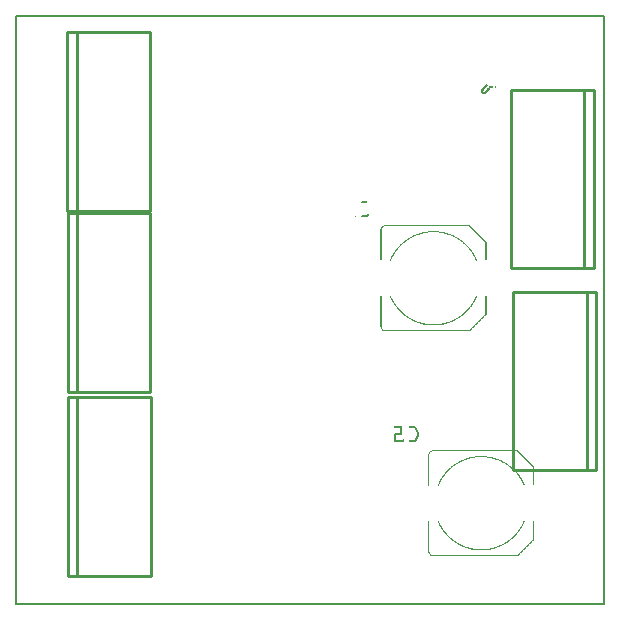
<source format=gbo>
G04 MADE WITH FRITZING*
G04 WWW.FRITZING.ORG*
G04 DOUBLE SIDED*
G04 HOLES PLATED*
G04 CONTOUR ON CENTER OF CONTOUR VECTOR*
%ASAXBY*%
%FSLAX23Y23*%
%MOIN*%
%OFA0B0*%
%SFA1.0B1.0*%
%ADD10R,1.968500X1.968500X1.952500X1.952500*%
%ADD11C,0.008000*%
%ADD12C,0.010417*%
%ADD13R,0.001000X0.001000*%
%LNSILK0*%
G90*
G70*
G54D11*
X4Y1965D02*
X1965Y1965D01*
X1965Y4D01*
X4Y4D01*
X4Y1965D01*
D02*
G54D12*
X452Y712D02*
X452Y1306D01*
D02*
X452Y1306D02*
X208Y1306D01*
D02*
X208Y1306D02*
X176Y1306D01*
D02*
X176Y1306D02*
X176Y712D01*
D02*
X176Y712D02*
X208Y712D01*
D02*
X208Y712D02*
X452Y712D01*
D02*
X208Y1306D02*
X208Y712D01*
D02*
X1655Y1719D02*
X1655Y1124D01*
D02*
X1655Y1124D02*
X1899Y1124D01*
D02*
X1899Y1124D02*
X1931Y1124D01*
D02*
X1931Y1124D02*
X1931Y1719D01*
D02*
X1931Y1719D02*
X1899Y1719D01*
D02*
X1899Y1719D02*
X1655Y1719D01*
D02*
X1899Y1124D02*
X1899Y1719D01*
D02*
X1662Y1045D02*
X1662Y451D01*
D02*
X1662Y451D02*
X1906Y451D01*
D02*
X1906Y451D02*
X1938Y451D01*
D02*
X1938Y451D02*
X1938Y1045D01*
D02*
X1938Y1045D02*
X1906Y1045D01*
D02*
X1906Y1045D02*
X1662Y1045D01*
D02*
X1906Y451D02*
X1906Y1045D01*
D02*
X451Y1315D02*
X451Y1910D01*
D02*
X451Y1910D02*
X207Y1910D01*
D02*
X207Y1910D02*
X175Y1910D01*
D02*
X175Y1910D02*
X175Y1315D01*
D02*
X175Y1315D02*
X207Y1315D01*
D02*
X207Y1315D02*
X451Y1315D01*
D02*
X207Y1910D02*
X207Y1315D01*
D02*
X453Y99D02*
X453Y693D01*
D02*
X453Y693D02*
X209Y693D01*
D02*
X209Y693D02*
X177Y693D01*
D02*
X177Y693D02*
X177Y99D01*
D02*
X177Y99D02*
X209Y99D01*
D02*
X209Y99D02*
X453Y99D01*
D02*
X209Y693D02*
X209Y99D01*
G54D13*
X1572Y1737D02*
X1574Y1737D01*
X1571Y1736D02*
X1575Y1736D01*
X1570Y1735D02*
X1576Y1735D01*
X1569Y1734D02*
X1576Y1734D01*
X1568Y1733D02*
X1576Y1733D01*
X1567Y1732D02*
X1576Y1732D01*
X1567Y1731D02*
X1575Y1731D01*
X1566Y1730D02*
X1574Y1730D01*
X1584Y1730D02*
X1592Y1730D01*
X1601Y1730D02*
X1604Y1730D01*
X1565Y1729D02*
X1573Y1729D01*
X1582Y1729D02*
X1593Y1729D01*
X1600Y1729D02*
X1605Y1729D01*
X1564Y1728D02*
X1572Y1728D01*
X1582Y1728D02*
X1594Y1728D01*
X1600Y1728D02*
X1605Y1728D01*
X1563Y1727D02*
X1571Y1727D01*
X1581Y1727D02*
X1594Y1727D01*
X1600Y1727D02*
X1605Y1727D01*
X1562Y1726D02*
X1571Y1726D01*
X1580Y1726D02*
X1594Y1726D01*
X1600Y1726D02*
X1605Y1726D01*
X1561Y1725D02*
X1570Y1725D01*
X1579Y1725D02*
X1593Y1725D01*
X1600Y1725D02*
X1605Y1725D01*
X1561Y1724D02*
X1569Y1724D01*
X1578Y1724D02*
X1592Y1724D01*
X1601Y1724D02*
X1604Y1724D01*
X1560Y1723D02*
X1568Y1723D01*
X1577Y1723D02*
X1586Y1723D01*
X1559Y1722D02*
X1567Y1722D01*
X1576Y1722D02*
X1585Y1722D01*
X1558Y1721D02*
X1566Y1721D01*
X1576Y1721D02*
X1584Y1721D01*
X1557Y1720D02*
X1565Y1720D01*
X1575Y1720D02*
X1583Y1720D01*
X1556Y1719D02*
X1565Y1719D01*
X1574Y1719D02*
X1582Y1719D01*
X1555Y1718D02*
X1564Y1718D01*
X1573Y1718D02*
X1581Y1718D01*
X1555Y1717D02*
X1563Y1717D01*
X1572Y1717D02*
X1580Y1717D01*
X1554Y1716D02*
X1562Y1716D01*
X1571Y1716D02*
X1580Y1716D01*
X1553Y1715D02*
X1561Y1715D01*
X1571Y1715D02*
X1579Y1715D01*
X1553Y1714D02*
X1560Y1714D01*
X1570Y1714D02*
X1578Y1714D01*
X1552Y1713D02*
X1560Y1713D01*
X1569Y1713D02*
X1577Y1713D01*
X1553Y1712D02*
X1560Y1712D01*
X1568Y1712D02*
X1576Y1712D01*
X1553Y1711D02*
X1561Y1711D01*
X1567Y1711D02*
X1575Y1711D01*
X1554Y1710D02*
X1562Y1710D01*
X1566Y1710D02*
X1574Y1710D01*
X1555Y1709D02*
X1574Y1709D01*
X1556Y1708D02*
X1573Y1708D01*
X1557Y1707D02*
X1572Y1707D01*
X1557Y1706D02*
X1571Y1706D01*
X1558Y1705D02*
X1570Y1705D01*
X1559Y1704D02*
X1569Y1704D01*
X1561Y1703D02*
X1568Y1703D01*
X1157Y1346D02*
X1174Y1346D01*
X1156Y1345D02*
X1174Y1345D01*
X1155Y1344D02*
X1174Y1344D01*
X1155Y1343D02*
X1173Y1343D01*
X1155Y1342D02*
X1173Y1342D01*
X1156Y1341D02*
X1173Y1341D01*
X1157Y1340D02*
X1172Y1340D01*
X1176Y1305D02*
X1177Y1305D01*
X1176Y1304D02*
X1177Y1304D01*
X1175Y1303D02*
X1178Y1303D01*
X1175Y1302D02*
X1179Y1302D01*
X1174Y1301D02*
X1179Y1301D01*
X1173Y1300D02*
X1180Y1300D01*
X1157Y1299D02*
X1180Y1299D01*
X1156Y1298D02*
X1180Y1298D01*
X1137Y1297D02*
X1138Y1297D01*
X1155Y1297D02*
X1179Y1297D01*
X1136Y1296D02*
X1138Y1296D01*
X1155Y1296D02*
X1178Y1296D01*
X1135Y1295D02*
X1138Y1295D01*
X1155Y1295D02*
X1177Y1295D01*
X1134Y1294D02*
X1138Y1294D01*
X1156Y1294D02*
X1176Y1294D01*
X1132Y1293D02*
X1138Y1293D01*
X1157Y1293D02*
X1174Y1293D01*
X1232Y1266D02*
X1517Y1266D01*
X1230Y1265D02*
X1518Y1265D01*
X1228Y1264D02*
X1519Y1264D01*
X1226Y1263D02*
X1520Y1263D01*
X1225Y1262D02*
X1231Y1262D01*
X1516Y1262D02*
X1521Y1262D01*
X1224Y1261D02*
X1229Y1261D01*
X1517Y1261D02*
X1522Y1261D01*
X1223Y1260D02*
X1227Y1260D01*
X1518Y1260D02*
X1523Y1260D01*
X1222Y1259D02*
X1226Y1259D01*
X1519Y1259D02*
X1524Y1259D01*
X1222Y1258D02*
X1225Y1258D01*
X1520Y1258D02*
X1525Y1258D01*
X1221Y1257D02*
X1224Y1257D01*
X1521Y1257D02*
X1526Y1257D01*
X1221Y1256D02*
X1224Y1256D01*
X1522Y1256D02*
X1527Y1256D01*
X1220Y1255D02*
X1223Y1255D01*
X1523Y1255D02*
X1528Y1255D01*
X1220Y1254D02*
X1223Y1254D01*
X1524Y1254D02*
X1529Y1254D01*
X1220Y1253D02*
X1223Y1253D01*
X1525Y1253D02*
X1530Y1253D01*
X1219Y1252D02*
X1222Y1252D01*
X1526Y1252D02*
X1531Y1252D01*
X1219Y1251D02*
X1222Y1251D01*
X1527Y1251D02*
X1532Y1251D01*
X1219Y1250D02*
X1222Y1250D01*
X1528Y1250D02*
X1533Y1250D01*
X1219Y1249D02*
X1222Y1249D01*
X1529Y1249D02*
X1534Y1249D01*
X1219Y1248D02*
X1222Y1248D01*
X1530Y1248D02*
X1535Y1248D01*
X1219Y1247D02*
X1222Y1247D01*
X1393Y1247D02*
X1398Y1247D01*
X1531Y1247D02*
X1536Y1247D01*
X1219Y1246D02*
X1222Y1246D01*
X1378Y1246D02*
X1413Y1246D01*
X1532Y1246D02*
X1537Y1246D01*
X1219Y1245D02*
X1222Y1245D01*
X1371Y1245D02*
X1420Y1245D01*
X1533Y1245D02*
X1538Y1245D01*
X1219Y1244D02*
X1222Y1244D01*
X1366Y1244D02*
X1425Y1244D01*
X1534Y1244D02*
X1539Y1244D01*
X1219Y1243D02*
X1222Y1243D01*
X1361Y1243D02*
X1389Y1243D01*
X1402Y1243D02*
X1430Y1243D01*
X1535Y1243D02*
X1540Y1243D01*
X1219Y1242D02*
X1222Y1242D01*
X1357Y1242D02*
X1377Y1242D01*
X1415Y1242D02*
X1434Y1242D01*
X1536Y1242D02*
X1541Y1242D01*
X1219Y1241D02*
X1222Y1241D01*
X1353Y1241D02*
X1370Y1241D01*
X1421Y1241D02*
X1438Y1241D01*
X1537Y1241D02*
X1542Y1241D01*
X1219Y1240D02*
X1222Y1240D01*
X1350Y1240D02*
X1365Y1240D01*
X1427Y1240D02*
X1442Y1240D01*
X1538Y1240D02*
X1543Y1240D01*
X1219Y1239D02*
X1222Y1239D01*
X1347Y1239D02*
X1360Y1239D01*
X1431Y1239D02*
X1444Y1239D01*
X1539Y1239D02*
X1544Y1239D01*
X1219Y1238D02*
X1222Y1238D01*
X1344Y1238D02*
X1356Y1238D01*
X1435Y1238D02*
X1447Y1238D01*
X1540Y1238D02*
X1545Y1238D01*
X1219Y1237D02*
X1222Y1237D01*
X1341Y1237D02*
X1352Y1237D01*
X1439Y1237D02*
X1450Y1237D01*
X1541Y1237D02*
X1546Y1237D01*
X1219Y1236D02*
X1222Y1236D01*
X1338Y1236D02*
X1349Y1236D01*
X1442Y1236D02*
X1453Y1236D01*
X1542Y1236D02*
X1547Y1236D01*
X1219Y1235D02*
X1222Y1235D01*
X1336Y1235D02*
X1346Y1235D01*
X1445Y1235D02*
X1455Y1235D01*
X1543Y1235D02*
X1548Y1235D01*
X1219Y1234D02*
X1222Y1234D01*
X1334Y1234D02*
X1343Y1234D01*
X1448Y1234D02*
X1457Y1234D01*
X1544Y1234D02*
X1549Y1234D01*
X1219Y1233D02*
X1222Y1233D01*
X1331Y1233D02*
X1340Y1233D01*
X1451Y1233D02*
X1460Y1233D01*
X1545Y1233D02*
X1550Y1233D01*
X1219Y1232D02*
X1222Y1232D01*
X1329Y1232D02*
X1338Y1232D01*
X1453Y1232D02*
X1462Y1232D01*
X1546Y1232D02*
X1551Y1232D01*
X1219Y1231D02*
X1222Y1231D01*
X1327Y1231D02*
X1335Y1231D01*
X1456Y1231D02*
X1464Y1231D01*
X1547Y1231D02*
X1552Y1231D01*
X1219Y1230D02*
X1222Y1230D01*
X1325Y1230D02*
X1333Y1230D01*
X1458Y1230D02*
X1466Y1230D01*
X1548Y1230D02*
X1553Y1230D01*
X1219Y1229D02*
X1222Y1229D01*
X1323Y1229D02*
X1331Y1229D01*
X1461Y1229D02*
X1468Y1229D01*
X1549Y1229D02*
X1554Y1229D01*
X1219Y1228D02*
X1222Y1228D01*
X1321Y1228D02*
X1329Y1228D01*
X1463Y1228D02*
X1470Y1228D01*
X1550Y1228D02*
X1555Y1228D01*
X1219Y1227D02*
X1222Y1227D01*
X1319Y1227D02*
X1327Y1227D01*
X1465Y1227D02*
X1472Y1227D01*
X1551Y1227D02*
X1556Y1227D01*
X1219Y1226D02*
X1222Y1226D01*
X1318Y1226D02*
X1325Y1226D01*
X1467Y1226D02*
X1474Y1226D01*
X1552Y1226D02*
X1557Y1226D01*
X1219Y1225D02*
X1222Y1225D01*
X1316Y1225D02*
X1323Y1225D01*
X1468Y1225D02*
X1475Y1225D01*
X1553Y1225D02*
X1558Y1225D01*
X1219Y1224D02*
X1222Y1224D01*
X1314Y1224D02*
X1321Y1224D01*
X1470Y1224D02*
X1477Y1224D01*
X1554Y1224D02*
X1559Y1224D01*
X1219Y1223D02*
X1222Y1223D01*
X1313Y1223D02*
X1319Y1223D01*
X1472Y1223D02*
X1478Y1223D01*
X1555Y1223D02*
X1560Y1223D01*
X1219Y1222D02*
X1222Y1222D01*
X1311Y1222D02*
X1317Y1222D01*
X1474Y1222D02*
X1480Y1222D01*
X1556Y1222D02*
X1561Y1222D01*
X1219Y1221D02*
X1222Y1221D01*
X1310Y1221D02*
X1316Y1221D01*
X1475Y1221D02*
X1482Y1221D01*
X1557Y1221D02*
X1562Y1221D01*
X1219Y1220D02*
X1222Y1220D01*
X1308Y1220D02*
X1314Y1220D01*
X1477Y1220D02*
X1483Y1220D01*
X1558Y1220D02*
X1563Y1220D01*
X1219Y1219D02*
X1222Y1219D01*
X1307Y1219D02*
X1312Y1219D01*
X1479Y1219D02*
X1485Y1219D01*
X1559Y1219D02*
X1564Y1219D01*
X1219Y1218D02*
X1222Y1218D01*
X1305Y1218D02*
X1311Y1218D01*
X1480Y1218D02*
X1486Y1218D01*
X1560Y1218D02*
X1565Y1218D01*
X1219Y1217D02*
X1222Y1217D01*
X1304Y1217D02*
X1309Y1217D01*
X1482Y1217D02*
X1487Y1217D01*
X1561Y1217D02*
X1566Y1217D01*
X1219Y1216D02*
X1222Y1216D01*
X1302Y1216D02*
X1308Y1216D01*
X1483Y1216D02*
X1489Y1216D01*
X1562Y1216D02*
X1567Y1216D01*
X1219Y1215D02*
X1222Y1215D01*
X1301Y1215D02*
X1307Y1215D01*
X1485Y1215D02*
X1490Y1215D01*
X1563Y1215D02*
X1568Y1215D01*
X1219Y1214D02*
X1222Y1214D01*
X1300Y1214D02*
X1305Y1214D01*
X1486Y1214D02*
X1491Y1214D01*
X1564Y1214D02*
X1569Y1214D01*
X1219Y1213D02*
X1222Y1213D01*
X1299Y1213D02*
X1304Y1213D01*
X1487Y1213D02*
X1493Y1213D01*
X1565Y1213D02*
X1570Y1213D01*
X1219Y1212D02*
X1222Y1212D01*
X1297Y1212D02*
X1302Y1212D01*
X1489Y1212D02*
X1494Y1212D01*
X1566Y1212D02*
X1571Y1212D01*
X1219Y1211D02*
X1222Y1211D01*
X1296Y1211D02*
X1301Y1211D01*
X1490Y1211D02*
X1495Y1211D01*
X1567Y1211D02*
X1572Y1211D01*
X1219Y1210D02*
X1222Y1210D01*
X1295Y1210D02*
X1300Y1210D01*
X1491Y1210D02*
X1496Y1210D01*
X1568Y1210D02*
X1572Y1210D01*
X1219Y1209D02*
X1222Y1209D01*
X1294Y1209D02*
X1299Y1209D01*
X1493Y1209D02*
X1498Y1209D01*
X1569Y1209D02*
X1572Y1209D01*
X1219Y1208D02*
X1222Y1208D01*
X1292Y1208D02*
X1297Y1208D01*
X1494Y1208D02*
X1499Y1208D01*
X1569Y1208D02*
X1572Y1208D01*
X1219Y1207D02*
X1222Y1207D01*
X1291Y1207D02*
X1296Y1207D01*
X1495Y1207D02*
X1500Y1207D01*
X1569Y1207D02*
X1572Y1207D01*
X1219Y1206D02*
X1222Y1206D01*
X1290Y1206D02*
X1295Y1206D01*
X1496Y1206D02*
X1501Y1206D01*
X1569Y1206D02*
X1572Y1206D01*
X1219Y1205D02*
X1222Y1205D01*
X1289Y1205D02*
X1294Y1205D01*
X1497Y1205D02*
X1502Y1205D01*
X1569Y1205D02*
X1572Y1205D01*
X1219Y1204D02*
X1222Y1204D01*
X1288Y1204D02*
X1293Y1204D01*
X1499Y1204D02*
X1503Y1204D01*
X1569Y1204D02*
X1572Y1204D01*
X1219Y1203D02*
X1222Y1203D01*
X1287Y1203D02*
X1292Y1203D01*
X1500Y1203D02*
X1504Y1203D01*
X1569Y1203D02*
X1572Y1203D01*
X1219Y1202D02*
X1222Y1202D01*
X1286Y1202D02*
X1291Y1202D01*
X1501Y1202D02*
X1505Y1202D01*
X1569Y1202D02*
X1572Y1202D01*
X1219Y1201D02*
X1222Y1201D01*
X1285Y1201D02*
X1290Y1201D01*
X1502Y1201D02*
X1506Y1201D01*
X1569Y1201D02*
X1572Y1201D01*
X1219Y1200D02*
X1222Y1200D01*
X1284Y1200D02*
X1288Y1200D01*
X1503Y1200D02*
X1507Y1200D01*
X1569Y1200D02*
X1572Y1200D01*
X1219Y1199D02*
X1222Y1199D01*
X1283Y1199D02*
X1287Y1199D01*
X1504Y1199D02*
X1508Y1199D01*
X1569Y1199D02*
X1572Y1199D01*
X1219Y1198D02*
X1222Y1198D01*
X1282Y1198D02*
X1286Y1198D01*
X1505Y1198D02*
X1509Y1198D01*
X1569Y1198D02*
X1572Y1198D01*
X1219Y1197D02*
X1222Y1197D01*
X1281Y1197D02*
X1285Y1197D01*
X1506Y1197D02*
X1510Y1197D01*
X1569Y1197D02*
X1572Y1197D01*
X1219Y1196D02*
X1222Y1196D01*
X1280Y1196D02*
X1284Y1196D01*
X1507Y1196D02*
X1511Y1196D01*
X1569Y1196D02*
X1572Y1196D01*
X1219Y1195D02*
X1222Y1195D01*
X1279Y1195D02*
X1283Y1195D01*
X1508Y1195D02*
X1512Y1195D01*
X1569Y1195D02*
X1572Y1195D01*
X1219Y1194D02*
X1222Y1194D01*
X1278Y1194D02*
X1283Y1194D01*
X1509Y1194D02*
X1513Y1194D01*
X1569Y1194D02*
X1572Y1194D01*
X1219Y1193D02*
X1222Y1193D01*
X1278Y1193D02*
X1282Y1193D01*
X1510Y1193D02*
X1514Y1193D01*
X1569Y1193D02*
X1572Y1193D01*
X1219Y1192D02*
X1222Y1192D01*
X1277Y1192D02*
X1281Y1192D01*
X1510Y1192D02*
X1515Y1192D01*
X1569Y1192D02*
X1572Y1192D01*
X1219Y1191D02*
X1222Y1191D01*
X1276Y1191D02*
X1280Y1191D01*
X1511Y1191D02*
X1515Y1191D01*
X1569Y1191D02*
X1572Y1191D01*
X1219Y1190D02*
X1222Y1190D01*
X1275Y1190D02*
X1279Y1190D01*
X1512Y1190D02*
X1516Y1190D01*
X1569Y1190D02*
X1572Y1190D01*
X1219Y1189D02*
X1222Y1189D01*
X1274Y1189D02*
X1278Y1189D01*
X1513Y1189D02*
X1517Y1189D01*
X1569Y1189D02*
X1572Y1189D01*
X1219Y1188D02*
X1222Y1188D01*
X1273Y1188D02*
X1277Y1188D01*
X1514Y1188D02*
X1518Y1188D01*
X1569Y1188D02*
X1572Y1188D01*
X1219Y1187D02*
X1222Y1187D01*
X1273Y1187D02*
X1276Y1187D01*
X1515Y1187D02*
X1519Y1187D01*
X1569Y1187D02*
X1572Y1187D01*
X1219Y1186D02*
X1222Y1186D01*
X1272Y1186D02*
X1276Y1186D01*
X1516Y1186D02*
X1519Y1186D01*
X1569Y1186D02*
X1572Y1186D01*
X1219Y1185D02*
X1222Y1185D01*
X1271Y1185D02*
X1275Y1185D01*
X1516Y1185D02*
X1520Y1185D01*
X1569Y1185D02*
X1572Y1185D01*
X1219Y1184D02*
X1222Y1184D01*
X1270Y1184D02*
X1274Y1184D01*
X1517Y1184D02*
X1521Y1184D01*
X1569Y1184D02*
X1572Y1184D01*
X1219Y1183D02*
X1222Y1183D01*
X1269Y1183D02*
X1273Y1183D01*
X1518Y1183D02*
X1522Y1183D01*
X1569Y1183D02*
X1572Y1183D01*
X1219Y1182D02*
X1222Y1182D01*
X1269Y1182D02*
X1273Y1182D01*
X1519Y1182D02*
X1523Y1182D01*
X1569Y1182D02*
X1572Y1182D01*
X1219Y1181D02*
X1222Y1181D01*
X1268Y1181D02*
X1272Y1181D01*
X1519Y1181D02*
X1523Y1181D01*
X1569Y1181D02*
X1572Y1181D01*
X1219Y1180D02*
X1222Y1180D01*
X1267Y1180D02*
X1271Y1180D01*
X1520Y1180D02*
X1524Y1180D01*
X1569Y1180D02*
X1572Y1180D01*
X1219Y1179D02*
X1222Y1179D01*
X1267Y1179D02*
X1270Y1179D01*
X1521Y1179D02*
X1525Y1179D01*
X1569Y1179D02*
X1572Y1179D01*
X1219Y1178D02*
X1222Y1178D01*
X1266Y1178D02*
X1270Y1178D01*
X1522Y1178D02*
X1525Y1178D01*
X1569Y1178D02*
X1572Y1178D01*
X1219Y1177D02*
X1222Y1177D01*
X1265Y1177D02*
X1269Y1177D01*
X1522Y1177D02*
X1526Y1177D01*
X1569Y1177D02*
X1572Y1177D01*
X1219Y1176D02*
X1222Y1176D01*
X1265Y1176D02*
X1268Y1176D01*
X1523Y1176D02*
X1527Y1176D01*
X1569Y1176D02*
X1572Y1176D01*
X1219Y1175D02*
X1222Y1175D01*
X1264Y1175D02*
X1268Y1175D01*
X1524Y1175D02*
X1527Y1175D01*
X1569Y1175D02*
X1572Y1175D01*
X1219Y1174D02*
X1222Y1174D01*
X1263Y1174D02*
X1267Y1174D01*
X1524Y1174D02*
X1528Y1174D01*
X1569Y1174D02*
X1572Y1174D01*
X1219Y1173D02*
X1222Y1173D01*
X1263Y1173D02*
X1266Y1173D01*
X1525Y1173D02*
X1529Y1173D01*
X1569Y1173D02*
X1572Y1173D01*
X1219Y1172D02*
X1222Y1172D01*
X1262Y1172D02*
X1266Y1172D01*
X1526Y1172D02*
X1529Y1172D01*
X1569Y1172D02*
X1572Y1172D01*
X1219Y1171D02*
X1222Y1171D01*
X1261Y1171D02*
X1265Y1171D01*
X1526Y1171D02*
X1530Y1171D01*
X1569Y1171D02*
X1572Y1171D01*
X1219Y1170D02*
X1222Y1170D01*
X1261Y1170D02*
X1264Y1170D01*
X1527Y1170D02*
X1530Y1170D01*
X1569Y1170D02*
X1572Y1170D01*
X1219Y1169D02*
X1222Y1169D01*
X1260Y1169D02*
X1264Y1169D01*
X1527Y1169D02*
X1531Y1169D01*
X1569Y1169D02*
X1572Y1169D01*
X1219Y1168D02*
X1222Y1168D01*
X1260Y1168D02*
X1263Y1168D01*
X1528Y1168D02*
X1532Y1168D01*
X1569Y1168D02*
X1572Y1168D01*
X1219Y1167D02*
X1222Y1167D01*
X1259Y1167D02*
X1263Y1167D01*
X1529Y1167D02*
X1532Y1167D01*
X1569Y1167D02*
X1572Y1167D01*
X1219Y1166D02*
X1222Y1166D01*
X1259Y1166D02*
X1262Y1166D01*
X1529Y1166D02*
X1533Y1166D01*
X1569Y1166D02*
X1572Y1166D01*
X1219Y1165D02*
X1222Y1165D01*
X1258Y1165D02*
X1261Y1165D01*
X1530Y1165D02*
X1533Y1165D01*
X1569Y1165D02*
X1572Y1165D01*
X1219Y1164D02*
X1222Y1164D01*
X1257Y1164D02*
X1261Y1164D01*
X1530Y1164D02*
X1534Y1164D01*
X1569Y1164D02*
X1572Y1164D01*
X1219Y1163D02*
X1222Y1163D01*
X1257Y1163D02*
X1260Y1163D01*
X1531Y1163D02*
X1534Y1163D01*
X1569Y1163D02*
X1572Y1163D01*
X1219Y1162D02*
X1222Y1162D01*
X1256Y1162D02*
X1260Y1162D01*
X1531Y1162D02*
X1535Y1162D01*
X1569Y1162D02*
X1572Y1162D01*
X1219Y1161D02*
X1222Y1161D01*
X1256Y1161D02*
X1259Y1161D01*
X1532Y1161D02*
X1535Y1161D01*
X1569Y1161D02*
X1572Y1161D01*
X1219Y1160D02*
X1222Y1160D01*
X1255Y1160D02*
X1259Y1160D01*
X1533Y1160D02*
X1536Y1160D01*
X1569Y1160D02*
X1572Y1160D01*
X1219Y1159D02*
X1222Y1159D01*
X1255Y1159D02*
X1258Y1159D01*
X1533Y1159D02*
X1536Y1159D01*
X1569Y1159D02*
X1572Y1159D01*
X1219Y1158D02*
X1222Y1158D01*
X1254Y1158D02*
X1258Y1158D01*
X1533Y1158D02*
X1537Y1158D01*
X1569Y1158D02*
X1572Y1158D01*
X1219Y1157D02*
X1222Y1157D01*
X1254Y1157D02*
X1257Y1157D01*
X1534Y1157D02*
X1537Y1157D01*
X1569Y1157D02*
X1572Y1157D01*
X1219Y1156D02*
X1222Y1156D01*
X1253Y1156D02*
X1257Y1156D01*
X1534Y1156D02*
X1538Y1156D01*
X1569Y1156D02*
X1572Y1156D01*
X1219Y1155D02*
X1222Y1155D01*
X1253Y1155D02*
X1256Y1155D01*
X1535Y1155D02*
X1538Y1155D01*
X1569Y1155D02*
X1572Y1155D01*
X1219Y1154D02*
X1222Y1154D01*
X1252Y1154D02*
X1256Y1154D01*
X1535Y1154D02*
X1539Y1154D01*
X1569Y1154D02*
X1572Y1154D01*
X1219Y1153D02*
X1222Y1153D01*
X1252Y1153D02*
X1255Y1153D01*
X1536Y1153D02*
X1539Y1153D01*
X1569Y1153D02*
X1572Y1153D01*
X1219Y1152D02*
X1222Y1152D01*
X1252Y1152D02*
X1255Y1152D01*
X1536Y1152D02*
X1540Y1152D01*
X1569Y1152D02*
X1572Y1152D01*
X1219Y1151D02*
X1222Y1151D01*
X1251Y1151D02*
X1254Y1151D01*
X1537Y1151D02*
X1540Y1151D01*
X1569Y1151D02*
X1572Y1151D01*
X1219Y1150D02*
X1222Y1150D01*
X1251Y1150D02*
X1254Y1150D01*
X1537Y1150D02*
X1540Y1150D01*
X1569Y1150D02*
X1572Y1150D01*
X1220Y1149D02*
X1221Y1149D01*
X1252Y1149D02*
X1253Y1149D01*
X1538Y1149D02*
X1539Y1149D01*
X1570Y1149D02*
X1571Y1149D01*
X1220Y1030D02*
X1221Y1030D01*
X1252Y1030D02*
X1253Y1030D01*
X1538Y1030D02*
X1539Y1030D01*
X1570Y1030D02*
X1571Y1030D01*
X1219Y1029D02*
X1222Y1029D01*
X1251Y1029D02*
X1254Y1029D01*
X1537Y1029D02*
X1540Y1029D01*
X1569Y1029D02*
X1572Y1029D01*
X1219Y1028D02*
X1222Y1028D01*
X1251Y1028D02*
X1255Y1028D01*
X1537Y1028D02*
X1540Y1028D01*
X1569Y1028D02*
X1572Y1028D01*
X1219Y1027D02*
X1222Y1027D01*
X1252Y1027D02*
X1255Y1027D01*
X1536Y1027D02*
X1540Y1027D01*
X1569Y1027D02*
X1572Y1027D01*
X1219Y1026D02*
X1222Y1026D01*
X1252Y1026D02*
X1255Y1026D01*
X1536Y1026D02*
X1539Y1026D01*
X1569Y1026D02*
X1572Y1026D01*
X1219Y1025D02*
X1222Y1025D01*
X1253Y1025D02*
X1256Y1025D01*
X1535Y1025D02*
X1539Y1025D01*
X1569Y1025D02*
X1572Y1025D01*
X1219Y1024D02*
X1222Y1024D01*
X1253Y1024D02*
X1256Y1024D01*
X1535Y1024D02*
X1538Y1024D01*
X1569Y1024D02*
X1572Y1024D01*
X1219Y1023D02*
X1222Y1023D01*
X1254Y1023D02*
X1257Y1023D01*
X1534Y1023D02*
X1538Y1023D01*
X1569Y1023D02*
X1572Y1023D01*
X1219Y1022D02*
X1222Y1022D01*
X1254Y1022D02*
X1257Y1022D01*
X1534Y1022D02*
X1537Y1022D01*
X1569Y1022D02*
X1572Y1022D01*
X1219Y1021D02*
X1222Y1021D01*
X1254Y1021D02*
X1258Y1021D01*
X1533Y1021D02*
X1537Y1021D01*
X1569Y1021D02*
X1572Y1021D01*
X1219Y1020D02*
X1222Y1020D01*
X1255Y1020D02*
X1258Y1020D01*
X1533Y1020D02*
X1536Y1020D01*
X1569Y1020D02*
X1572Y1020D01*
X1219Y1019D02*
X1222Y1019D01*
X1255Y1019D02*
X1259Y1019D01*
X1532Y1019D02*
X1536Y1019D01*
X1569Y1019D02*
X1572Y1019D01*
X1219Y1018D02*
X1222Y1018D01*
X1256Y1018D02*
X1259Y1018D01*
X1532Y1018D02*
X1535Y1018D01*
X1569Y1018D02*
X1572Y1018D01*
X1219Y1017D02*
X1222Y1017D01*
X1256Y1017D02*
X1260Y1017D01*
X1531Y1017D02*
X1535Y1017D01*
X1569Y1017D02*
X1572Y1017D01*
X1219Y1016D02*
X1222Y1016D01*
X1257Y1016D02*
X1260Y1016D01*
X1531Y1016D02*
X1534Y1016D01*
X1569Y1016D02*
X1572Y1016D01*
X1219Y1015D02*
X1222Y1015D01*
X1257Y1015D02*
X1261Y1015D01*
X1530Y1015D02*
X1534Y1015D01*
X1569Y1015D02*
X1572Y1015D01*
X1219Y1014D02*
X1222Y1014D01*
X1258Y1014D02*
X1262Y1014D01*
X1530Y1014D02*
X1533Y1014D01*
X1569Y1014D02*
X1572Y1014D01*
X1219Y1013D02*
X1222Y1013D01*
X1259Y1013D02*
X1262Y1013D01*
X1529Y1013D02*
X1533Y1013D01*
X1569Y1013D02*
X1572Y1013D01*
X1219Y1012D02*
X1222Y1012D01*
X1259Y1012D02*
X1263Y1012D01*
X1528Y1012D02*
X1532Y1012D01*
X1569Y1012D02*
X1572Y1012D01*
X1219Y1011D02*
X1222Y1011D01*
X1260Y1011D02*
X1263Y1011D01*
X1528Y1011D02*
X1531Y1011D01*
X1569Y1011D02*
X1572Y1011D01*
X1219Y1010D02*
X1222Y1010D01*
X1260Y1010D02*
X1264Y1010D01*
X1527Y1010D02*
X1531Y1010D01*
X1569Y1010D02*
X1572Y1010D01*
X1219Y1009D02*
X1222Y1009D01*
X1261Y1009D02*
X1264Y1009D01*
X1527Y1009D02*
X1530Y1009D01*
X1569Y1009D02*
X1572Y1009D01*
X1219Y1008D02*
X1222Y1008D01*
X1261Y1008D02*
X1265Y1008D01*
X1526Y1008D02*
X1530Y1008D01*
X1569Y1008D02*
X1572Y1008D01*
X1219Y1007D02*
X1222Y1007D01*
X1262Y1007D02*
X1266Y1007D01*
X1525Y1007D02*
X1529Y1007D01*
X1569Y1007D02*
X1572Y1007D01*
X1219Y1006D02*
X1222Y1006D01*
X1263Y1006D02*
X1266Y1006D01*
X1525Y1006D02*
X1528Y1006D01*
X1569Y1006D02*
X1572Y1006D01*
X1219Y1005D02*
X1222Y1005D01*
X1263Y1005D02*
X1267Y1005D01*
X1524Y1005D02*
X1528Y1005D01*
X1569Y1005D02*
X1572Y1005D01*
X1219Y1004D02*
X1222Y1004D01*
X1264Y1004D02*
X1268Y1004D01*
X1523Y1004D02*
X1527Y1004D01*
X1569Y1004D02*
X1572Y1004D01*
X1219Y1003D02*
X1222Y1003D01*
X1265Y1003D02*
X1268Y1003D01*
X1523Y1003D02*
X1526Y1003D01*
X1569Y1003D02*
X1572Y1003D01*
X1219Y1002D02*
X1222Y1002D01*
X1265Y1002D02*
X1269Y1002D01*
X1522Y1002D02*
X1526Y1002D01*
X1569Y1002D02*
X1572Y1002D01*
X1219Y1001D02*
X1222Y1001D01*
X1266Y1001D02*
X1270Y1001D01*
X1521Y1001D02*
X1525Y1001D01*
X1569Y1001D02*
X1572Y1001D01*
X1219Y1000D02*
X1222Y1000D01*
X1267Y1000D02*
X1270Y1000D01*
X1521Y1000D02*
X1524Y1000D01*
X1569Y1000D02*
X1572Y1000D01*
X1219Y999D02*
X1222Y999D01*
X1267Y999D02*
X1271Y999D01*
X1520Y999D02*
X1524Y999D01*
X1569Y999D02*
X1572Y999D01*
X1219Y998D02*
X1222Y998D01*
X1268Y998D02*
X1272Y998D01*
X1519Y998D02*
X1523Y998D01*
X1569Y998D02*
X1572Y998D01*
X1219Y997D02*
X1222Y997D01*
X1269Y997D02*
X1273Y997D01*
X1518Y997D02*
X1522Y997D01*
X1569Y997D02*
X1572Y997D01*
X1219Y996D02*
X1222Y996D01*
X1270Y996D02*
X1273Y996D01*
X1518Y996D02*
X1522Y996D01*
X1569Y996D02*
X1572Y996D01*
X1219Y995D02*
X1222Y995D01*
X1270Y995D02*
X1274Y995D01*
X1517Y995D02*
X1521Y995D01*
X1569Y995D02*
X1572Y995D01*
X1219Y994D02*
X1222Y994D01*
X1271Y994D02*
X1275Y994D01*
X1516Y994D02*
X1520Y994D01*
X1569Y994D02*
X1572Y994D01*
X1219Y993D02*
X1222Y993D01*
X1272Y993D02*
X1276Y993D01*
X1515Y993D02*
X1519Y993D01*
X1569Y993D02*
X1572Y993D01*
X1219Y992D02*
X1222Y992D01*
X1273Y992D02*
X1277Y992D01*
X1515Y992D02*
X1518Y992D01*
X1569Y992D02*
X1572Y992D01*
X1219Y991D02*
X1222Y991D01*
X1273Y991D02*
X1277Y991D01*
X1514Y991D02*
X1518Y991D01*
X1569Y991D02*
X1572Y991D01*
X1219Y990D02*
X1222Y990D01*
X1274Y990D02*
X1278Y990D01*
X1513Y990D02*
X1517Y990D01*
X1569Y990D02*
X1572Y990D01*
X1219Y989D02*
X1222Y989D01*
X1275Y989D02*
X1279Y989D01*
X1512Y989D02*
X1516Y989D01*
X1569Y989D02*
X1572Y989D01*
X1219Y988D02*
X1222Y988D01*
X1276Y988D02*
X1280Y988D01*
X1511Y988D02*
X1515Y988D01*
X1569Y988D02*
X1572Y988D01*
X1219Y987D02*
X1222Y987D01*
X1277Y987D02*
X1281Y987D01*
X1510Y987D02*
X1514Y987D01*
X1569Y987D02*
X1572Y987D01*
X1219Y986D02*
X1222Y986D01*
X1278Y986D02*
X1282Y986D01*
X1509Y986D02*
X1513Y986D01*
X1569Y986D02*
X1572Y986D01*
X1219Y985D02*
X1222Y985D01*
X1279Y985D02*
X1283Y985D01*
X1508Y985D02*
X1513Y985D01*
X1569Y985D02*
X1572Y985D01*
X1219Y984D02*
X1222Y984D01*
X1279Y984D02*
X1284Y984D01*
X1507Y984D02*
X1512Y984D01*
X1569Y984D02*
X1572Y984D01*
X1219Y983D02*
X1222Y983D01*
X1280Y983D02*
X1285Y983D01*
X1507Y983D02*
X1511Y983D01*
X1569Y983D02*
X1572Y983D01*
X1219Y982D02*
X1222Y982D01*
X1281Y982D02*
X1286Y982D01*
X1506Y982D02*
X1510Y982D01*
X1569Y982D02*
X1572Y982D01*
X1219Y981D02*
X1222Y981D01*
X1282Y981D02*
X1287Y981D01*
X1505Y981D02*
X1509Y981D01*
X1569Y981D02*
X1572Y981D01*
X1219Y980D02*
X1222Y980D01*
X1283Y980D02*
X1288Y980D01*
X1504Y980D02*
X1508Y980D01*
X1569Y980D02*
X1572Y980D01*
X1219Y979D02*
X1222Y979D01*
X1284Y979D02*
X1289Y979D01*
X1502Y979D02*
X1507Y979D01*
X1569Y979D02*
X1572Y979D01*
X1219Y978D02*
X1222Y978D01*
X1285Y978D02*
X1290Y978D01*
X1501Y978D02*
X1506Y978D01*
X1569Y978D02*
X1572Y978D01*
X1219Y977D02*
X1222Y977D01*
X1286Y977D02*
X1291Y977D01*
X1500Y977D02*
X1505Y977D01*
X1569Y977D02*
X1572Y977D01*
X1219Y976D02*
X1222Y976D01*
X1287Y976D02*
X1292Y976D01*
X1499Y976D02*
X1504Y976D01*
X1569Y976D02*
X1572Y976D01*
X1219Y975D02*
X1222Y975D01*
X1288Y975D02*
X1293Y975D01*
X1498Y975D02*
X1503Y975D01*
X1569Y975D02*
X1572Y975D01*
X1219Y974D02*
X1222Y974D01*
X1289Y974D02*
X1294Y974D01*
X1497Y974D02*
X1502Y974D01*
X1569Y974D02*
X1572Y974D01*
X1219Y973D02*
X1222Y973D01*
X1290Y973D02*
X1295Y973D01*
X1496Y973D02*
X1501Y973D01*
X1569Y973D02*
X1572Y973D01*
X1219Y972D02*
X1222Y972D01*
X1291Y972D02*
X1296Y972D01*
X1495Y972D02*
X1500Y972D01*
X1569Y972D02*
X1572Y972D01*
X1219Y971D02*
X1222Y971D01*
X1293Y971D02*
X1298Y971D01*
X1494Y971D02*
X1498Y971D01*
X1569Y971D02*
X1572Y971D01*
X1219Y970D02*
X1222Y970D01*
X1294Y970D02*
X1299Y970D01*
X1492Y970D02*
X1497Y970D01*
X1569Y970D02*
X1572Y970D01*
X1219Y969D02*
X1222Y969D01*
X1295Y969D02*
X1300Y969D01*
X1491Y969D02*
X1496Y969D01*
X1568Y969D02*
X1572Y969D01*
X1219Y968D02*
X1222Y968D01*
X1296Y968D02*
X1301Y968D01*
X1490Y968D02*
X1495Y968D01*
X1567Y968D02*
X1571Y968D01*
X1219Y967D02*
X1222Y967D01*
X1298Y967D02*
X1303Y967D01*
X1489Y967D02*
X1494Y967D01*
X1566Y967D02*
X1570Y967D01*
X1219Y966D02*
X1222Y966D01*
X1299Y966D02*
X1304Y966D01*
X1487Y966D02*
X1492Y966D01*
X1565Y966D02*
X1569Y966D01*
X1219Y965D02*
X1222Y965D01*
X1300Y965D02*
X1305Y965D01*
X1486Y965D02*
X1491Y965D01*
X1564Y965D02*
X1568Y965D01*
X1219Y964D02*
X1222Y964D01*
X1301Y964D02*
X1307Y964D01*
X1484Y964D02*
X1490Y964D01*
X1563Y964D02*
X1567Y964D01*
X1219Y963D02*
X1222Y963D01*
X1303Y963D02*
X1308Y963D01*
X1483Y963D02*
X1488Y963D01*
X1562Y963D02*
X1566Y963D01*
X1219Y962D02*
X1222Y962D01*
X1304Y962D02*
X1310Y962D01*
X1482Y962D02*
X1487Y962D01*
X1561Y962D02*
X1565Y962D01*
X1219Y961D02*
X1222Y961D01*
X1306Y961D02*
X1311Y961D01*
X1480Y961D02*
X1486Y961D01*
X1560Y961D02*
X1564Y961D01*
X1219Y960D02*
X1222Y960D01*
X1307Y960D02*
X1313Y960D01*
X1478Y960D02*
X1484Y960D01*
X1559Y960D02*
X1563Y960D01*
X1219Y959D02*
X1222Y959D01*
X1308Y959D02*
X1314Y959D01*
X1477Y959D02*
X1483Y959D01*
X1558Y959D02*
X1562Y959D01*
X1219Y958D02*
X1222Y958D01*
X1310Y958D02*
X1316Y958D01*
X1475Y958D02*
X1481Y958D01*
X1557Y958D02*
X1561Y958D01*
X1219Y957D02*
X1222Y957D01*
X1311Y957D02*
X1318Y957D01*
X1473Y957D02*
X1480Y957D01*
X1556Y957D02*
X1560Y957D01*
X1219Y956D02*
X1222Y956D01*
X1313Y956D02*
X1319Y956D01*
X1472Y956D02*
X1478Y956D01*
X1555Y956D02*
X1559Y956D01*
X1219Y955D02*
X1222Y955D01*
X1315Y955D02*
X1321Y955D01*
X1470Y955D02*
X1476Y955D01*
X1554Y955D02*
X1558Y955D01*
X1219Y954D02*
X1222Y954D01*
X1316Y954D02*
X1323Y954D01*
X1468Y954D02*
X1475Y954D01*
X1553Y954D02*
X1557Y954D01*
X1219Y953D02*
X1222Y953D01*
X1318Y953D02*
X1325Y953D01*
X1466Y953D02*
X1473Y953D01*
X1552Y953D02*
X1556Y953D01*
X1219Y952D02*
X1222Y952D01*
X1320Y952D02*
X1327Y952D01*
X1464Y952D02*
X1471Y952D01*
X1551Y952D02*
X1555Y952D01*
X1219Y951D02*
X1222Y951D01*
X1322Y951D02*
X1329Y951D01*
X1462Y951D02*
X1469Y951D01*
X1550Y951D02*
X1554Y951D01*
X1219Y950D02*
X1222Y950D01*
X1324Y950D02*
X1331Y950D01*
X1460Y950D02*
X1468Y950D01*
X1549Y950D02*
X1553Y950D01*
X1219Y949D02*
X1222Y949D01*
X1326Y949D02*
X1333Y949D01*
X1458Y949D02*
X1466Y949D01*
X1548Y949D02*
X1552Y949D01*
X1219Y948D02*
X1222Y948D01*
X1328Y948D02*
X1336Y948D01*
X1455Y948D02*
X1464Y948D01*
X1547Y948D02*
X1551Y948D01*
X1219Y947D02*
X1222Y947D01*
X1329Y947D02*
X1338Y947D01*
X1453Y947D02*
X1462Y947D01*
X1546Y947D02*
X1550Y947D01*
X1219Y946D02*
X1222Y946D01*
X1332Y946D02*
X1341Y946D01*
X1450Y946D02*
X1459Y946D01*
X1545Y946D02*
X1549Y946D01*
X1219Y945D02*
X1222Y945D01*
X1334Y945D02*
X1344Y945D01*
X1448Y945D02*
X1457Y945D01*
X1544Y945D02*
X1548Y945D01*
X1219Y944D02*
X1222Y944D01*
X1337Y944D02*
X1347Y944D01*
X1445Y944D02*
X1455Y944D01*
X1543Y944D02*
X1547Y944D01*
X1219Y943D02*
X1222Y943D01*
X1339Y943D02*
X1349Y943D01*
X1442Y943D02*
X1452Y943D01*
X1542Y943D02*
X1546Y943D01*
X1219Y942D02*
X1222Y942D01*
X1342Y942D02*
X1353Y942D01*
X1438Y942D02*
X1450Y942D01*
X1541Y942D02*
X1545Y942D01*
X1219Y941D02*
X1222Y941D01*
X1344Y941D02*
X1357Y941D01*
X1434Y941D02*
X1447Y941D01*
X1540Y941D02*
X1544Y941D01*
X1219Y940D02*
X1222Y940D01*
X1347Y940D02*
X1361Y940D01*
X1431Y940D02*
X1444Y940D01*
X1539Y940D02*
X1543Y940D01*
X1219Y939D02*
X1222Y939D01*
X1350Y939D02*
X1366Y939D01*
X1425Y939D02*
X1441Y939D01*
X1538Y939D02*
X1542Y939D01*
X1219Y938D02*
X1222Y938D01*
X1354Y938D02*
X1371Y938D01*
X1420Y938D02*
X1437Y938D01*
X1537Y938D02*
X1541Y938D01*
X1219Y937D02*
X1222Y937D01*
X1358Y937D02*
X1378Y937D01*
X1413Y937D02*
X1433Y937D01*
X1536Y937D02*
X1540Y937D01*
X1219Y936D02*
X1222Y936D01*
X1362Y936D02*
X1430Y936D01*
X1535Y936D02*
X1539Y936D01*
X1219Y935D02*
X1222Y935D01*
X1367Y935D02*
X1424Y935D01*
X1534Y935D02*
X1538Y935D01*
X1219Y934D02*
X1222Y934D01*
X1372Y934D02*
X1419Y934D01*
X1533Y934D02*
X1537Y934D01*
X1219Y933D02*
X1222Y933D01*
X1380Y933D02*
X1411Y933D01*
X1532Y933D02*
X1536Y933D01*
X1219Y932D02*
X1222Y932D01*
X1531Y932D02*
X1535Y932D01*
X1219Y931D02*
X1222Y931D01*
X1530Y931D02*
X1534Y931D01*
X1219Y930D02*
X1222Y930D01*
X1529Y930D02*
X1533Y930D01*
X1219Y929D02*
X1222Y929D01*
X1528Y929D02*
X1532Y929D01*
X1219Y928D02*
X1222Y928D01*
X1527Y928D02*
X1531Y928D01*
X1219Y927D02*
X1222Y927D01*
X1526Y927D02*
X1530Y927D01*
X1220Y926D02*
X1223Y926D01*
X1525Y926D02*
X1529Y926D01*
X1220Y925D02*
X1223Y925D01*
X1524Y925D02*
X1528Y925D01*
X1220Y924D02*
X1223Y924D01*
X1523Y924D02*
X1527Y924D01*
X1221Y923D02*
X1224Y923D01*
X1522Y923D02*
X1526Y923D01*
X1221Y922D02*
X1225Y922D01*
X1521Y922D02*
X1525Y922D01*
X1222Y921D02*
X1225Y921D01*
X1520Y921D02*
X1524Y921D01*
X1222Y920D02*
X1226Y920D01*
X1519Y920D02*
X1523Y920D01*
X1223Y919D02*
X1228Y919D01*
X1518Y919D02*
X1522Y919D01*
X1224Y918D02*
X1229Y918D01*
X1517Y918D02*
X1521Y918D01*
X1225Y917D02*
X1232Y917D01*
X1516Y917D02*
X1520Y917D01*
X1226Y916D02*
X1519Y916D01*
X1228Y915D02*
X1518Y915D01*
X1230Y914D02*
X1517Y914D01*
X1233Y913D02*
X1516Y913D01*
X1265Y596D02*
X1291Y596D01*
X1316Y596D02*
X1333Y596D01*
X1264Y595D02*
X1291Y595D01*
X1315Y595D02*
X1335Y595D01*
X1264Y594D02*
X1291Y594D01*
X1314Y594D02*
X1337Y594D01*
X1264Y593D02*
X1291Y593D01*
X1314Y593D02*
X1338Y593D01*
X1264Y592D02*
X1291Y592D01*
X1314Y592D02*
X1338Y592D01*
X1265Y591D02*
X1291Y591D01*
X1315Y591D02*
X1339Y591D01*
X1266Y590D02*
X1291Y590D01*
X1316Y590D02*
X1339Y590D01*
X1285Y589D02*
X1291Y589D01*
X1333Y589D02*
X1340Y589D01*
X1285Y588D02*
X1291Y588D01*
X1333Y588D02*
X1340Y588D01*
X1285Y587D02*
X1291Y587D01*
X1334Y587D02*
X1341Y587D01*
X1285Y586D02*
X1291Y586D01*
X1335Y586D02*
X1341Y586D01*
X1285Y585D02*
X1291Y585D01*
X1335Y585D02*
X1342Y585D01*
X1285Y584D02*
X1291Y584D01*
X1336Y584D02*
X1342Y584D01*
X1285Y583D02*
X1291Y583D01*
X1336Y583D02*
X1343Y583D01*
X1285Y582D02*
X1291Y582D01*
X1337Y582D02*
X1343Y582D01*
X1285Y581D02*
X1291Y581D01*
X1337Y581D02*
X1344Y581D01*
X1285Y580D02*
X1291Y580D01*
X1338Y580D02*
X1344Y580D01*
X1285Y579D02*
X1291Y579D01*
X1338Y579D02*
X1345Y579D01*
X1285Y578D02*
X1291Y578D01*
X1339Y578D02*
X1345Y578D01*
X1285Y577D02*
X1291Y577D01*
X1339Y577D02*
X1346Y577D01*
X1285Y576D02*
X1291Y576D01*
X1340Y576D02*
X1346Y576D01*
X1285Y575D02*
X1291Y575D01*
X1340Y575D02*
X1347Y575D01*
X1285Y574D02*
X1291Y574D01*
X1341Y574D02*
X1347Y574D01*
X1269Y573D02*
X1291Y573D01*
X1341Y573D02*
X1347Y573D01*
X1267Y572D02*
X1291Y572D01*
X1341Y572D02*
X1347Y572D01*
X1266Y571D02*
X1291Y571D01*
X1342Y571D02*
X1348Y571D01*
X1265Y570D02*
X1291Y570D01*
X1342Y570D02*
X1348Y570D01*
X1265Y569D02*
X1291Y569D01*
X1342Y569D02*
X1348Y569D01*
X1264Y568D02*
X1291Y568D01*
X1341Y568D02*
X1348Y568D01*
X1264Y567D02*
X1291Y567D01*
X1341Y567D02*
X1347Y567D01*
X1264Y566D02*
X1270Y566D01*
X1341Y566D02*
X1347Y566D01*
X1264Y565D02*
X1270Y565D01*
X1340Y565D02*
X1347Y565D01*
X1264Y564D02*
X1270Y564D01*
X1340Y564D02*
X1347Y564D01*
X1264Y563D02*
X1270Y563D01*
X1339Y563D02*
X1346Y563D01*
X1264Y562D02*
X1270Y562D01*
X1339Y562D02*
X1346Y562D01*
X1264Y561D02*
X1270Y561D01*
X1338Y561D02*
X1345Y561D01*
X1264Y560D02*
X1270Y560D01*
X1338Y560D02*
X1345Y560D01*
X1264Y559D02*
X1270Y559D01*
X1337Y559D02*
X1344Y559D01*
X1264Y558D02*
X1270Y558D01*
X1337Y558D02*
X1344Y558D01*
X1264Y557D02*
X1270Y557D01*
X1336Y557D02*
X1343Y557D01*
X1264Y556D02*
X1270Y556D01*
X1336Y556D02*
X1343Y556D01*
X1264Y555D02*
X1270Y555D01*
X1335Y555D02*
X1342Y555D01*
X1264Y554D02*
X1270Y554D01*
X1335Y554D02*
X1342Y554D01*
X1264Y553D02*
X1270Y553D01*
X1334Y553D02*
X1341Y553D01*
X1264Y552D02*
X1270Y552D01*
X1293Y552D02*
X1296Y552D01*
X1334Y552D02*
X1341Y552D01*
X1264Y551D02*
X1270Y551D01*
X1291Y551D02*
X1297Y551D01*
X1333Y551D02*
X1340Y551D01*
X1264Y550D02*
X1270Y550D01*
X1288Y550D02*
X1297Y550D01*
X1332Y550D02*
X1340Y550D01*
X1264Y549D02*
X1297Y549D01*
X1316Y549D02*
X1339Y549D01*
X1264Y548D02*
X1297Y548D01*
X1315Y548D02*
X1339Y548D01*
X1264Y547D02*
X1297Y547D01*
X1314Y547D02*
X1338Y547D01*
X1265Y546D02*
X1296Y546D01*
X1314Y546D02*
X1337Y546D01*
X1266Y545D02*
X1294Y545D01*
X1314Y545D02*
X1336Y545D01*
X1267Y544D02*
X1292Y544D01*
X1315Y544D02*
X1335Y544D01*
X1269Y543D02*
X1289Y543D01*
X1316Y543D02*
X1332Y543D01*
X1391Y516D02*
X1676Y516D01*
X1388Y515D02*
X1677Y515D01*
X1387Y514D02*
X1678Y514D01*
X1385Y513D02*
X1679Y513D01*
X1384Y512D02*
X1390Y512D01*
X1675Y512D02*
X1680Y512D01*
X1383Y511D02*
X1388Y511D01*
X1676Y511D02*
X1681Y511D01*
X1382Y510D02*
X1386Y510D01*
X1677Y510D02*
X1682Y510D01*
X1381Y509D02*
X1385Y509D01*
X1678Y509D02*
X1683Y509D01*
X1381Y508D02*
X1384Y508D01*
X1679Y508D02*
X1684Y508D01*
X1380Y507D02*
X1384Y507D01*
X1680Y507D02*
X1685Y507D01*
X1380Y506D02*
X1383Y506D01*
X1681Y506D02*
X1686Y506D01*
X1379Y505D02*
X1382Y505D01*
X1682Y505D02*
X1687Y505D01*
X1379Y504D02*
X1382Y504D01*
X1683Y504D02*
X1688Y504D01*
X1379Y503D02*
X1382Y503D01*
X1684Y503D02*
X1689Y503D01*
X1378Y502D02*
X1381Y502D01*
X1685Y502D02*
X1690Y502D01*
X1378Y501D02*
X1381Y501D01*
X1686Y501D02*
X1691Y501D01*
X1378Y500D02*
X1381Y500D01*
X1687Y500D02*
X1692Y500D01*
X1378Y499D02*
X1381Y499D01*
X1688Y499D02*
X1693Y499D01*
X1378Y498D02*
X1381Y498D01*
X1689Y498D02*
X1694Y498D01*
X1378Y497D02*
X1381Y497D01*
X1547Y497D02*
X1563Y497D01*
X1690Y497D02*
X1695Y497D01*
X1378Y496D02*
X1381Y496D01*
X1536Y496D02*
X1574Y496D01*
X1691Y496D02*
X1696Y496D01*
X1378Y495D02*
X1381Y495D01*
X1529Y495D02*
X1580Y495D01*
X1692Y495D02*
X1697Y495D01*
X1378Y494D02*
X1381Y494D01*
X1524Y494D02*
X1586Y494D01*
X1693Y494D02*
X1698Y494D01*
X1378Y493D02*
X1381Y493D01*
X1519Y493D02*
X1545Y493D01*
X1565Y493D02*
X1590Y493D01*
X1694Y493D02*
X1699Y493D01*
X1378Y492D02*
X1381Y492D01*
X1515Y492D02*
X1534Y492D01*
X1575Y492D02*
X1594Y492D01*
X1695Y492D02*
X1700Y492D01*
X1378Y491D02*
X1381Y491D01*
X1512Y491D02*
X1528Y491D01*
X1582Y491D02*
X1598Y491D01*
X1696Y491D02*
X1701Y491D01*
X1378Y490D02*
X1381Y490D01*
X1508Y490D02*
X1523Y490D01*
X1587Y490D02*
X1601Y490D01*
X1697Y490D02*
X1702Y490D01*
X1378Y489D02*
X1381Y489D01*
X1505Y489D02*
X1518Y489D01*
X1591Y489D02*
X1604Y489D01*
X1698Y489D02*
X1703Y489D01*
X1378Y488D02*
X1381Y488D01*
X1503Y488D02*
X1514Y488D01*
X1595Y488D02*
X1607Y488D01*
X1699Y488D02*
X1704Y488D01*
X1378Y487D02*
X1381Y487D01*
X1500Y487D02*
X1511Y487D01*
X1599Y487D02*
X1610Y487D01*
X1700Y487D02*
X1705Y487D01*
X1378Y486D02*
X1381Y486D01*
X1497Y486D02*
X1508Y486D01*
X1602Y486D02*
X1612Y486D01*
X1701Y486D02*
X1706Y486D01*
X1378Y485D02*
X1381Y485D01*
X1495Y485D02*
X1505Y485D01*
X1605Y485D02*
X1615Y485D01*
X1702Y485D02*
X1707Y485D01*
X1378Y484D02*
X1381Y484D01*
X1492Y484D02*
X1502Y484D01*
X1608Y484D02*
X1617Y484D01*
X1703Y484D02*
X1708Y484D01*
X1378Y483D02*
X1381Y483D01*
X1490Y483D02*
X1499Y483D01*
X1611Y483D02*
X1619Y483D01*
X1704Y483D02*
X1709Y483D01*
X1378Y482D02*
X1381Y482D01*
X1488Y482D02*
X1497Y482D01*
X1613Y482D02*
X1622Y482D01*
X1705Y482D02*
X1710Y482D01*
X1378Y481D02*
X1381Y481D01*
X1486Y481D02*
X1494Y481D01*
X1615Y481D02*
X1624Y481D01*
X1706Y481D02*
X1711Y481D01*
X1378Y480D02*
X1381Y480D01*
X1484Y480D02*
X1492Y480D01*
X1618Y480D02*
X1626Y480D01*
X1707Y480D02*
X1712Y480D01*
X1378Y479D02*
X1381Y479D01*
X1482Y479D02*
X1489Y479D01*
X1620Y479D02*
X1628Y479D01*
X1708Y479D02*
X1713Y479D01*
X1378Y478D02*
X1381Y478D01*
X1480Y478D02*
X1487Y478D01*
X1622Y478D02*
X1629Y478D01*
X1709Y478D02*
X1714Y478D01*
X1378Y477D02*
X1381Y477D01*
X1478Y477D02*
X1485Y477D01*
X1624Y477D02*
X1631Y477D01*
X1710Y477D02*
X1715Y477D01*
X1378Y476D02*
X1381Y476D01*
X1477Y476D02*
X1484Y476D01*
X1626Y476D02*
X1633Y476D01*
X1711Y476D02*
X1716Y476D01*
X1378Y475D02*
X1381Y475D01*
X1475Y475D02*
X1482Y475D01*
X1628Y475D02*
X1635Y475D01*
X1712Y475D02*
X1717Y475D01*
X1378Y474D02*
X1381Y474D01*
X1473Y474D02*
X1480Y474D01*
X1630Y474D02*
X1636Y474D01*
X1713Y474D02*
X1718Y474D01*
X1378Y473D02*
X1381Y473D01*
X1472Y473D02*
X1478Y473D01*
X1632Y473D02*
X1638Y473D01*
X1714Y473D02*
X1719Y473D01*
X1378Y472D02*
X1381Y472D01*
X1470Y472D02*
X1476Y472D01*
X1633Y472D02*
X1640Y472D01*
X1715Y472D02*
X1720Y472D01*
X1378Y471D02*
X1381Y471D01*
X1468Y471D02*
X1475Y471D01*
X1635Y471D02*
X1641Y471D01*
X1716Y471D02*
X1721Y471D01*
X1378Y470D02*
X1381Y470D01*
X1467Y470D02*
X1473Y470D01*
X1637Y470D02*
X1643Y470D01*
X1717Y470D02*
X1722Y470D01*
X1378Y469D02*
X1381Y469D01*
X1466Y469D02*
X1471Y469D01*
X1638Y469D02*
X1644Y469D01*
X1718Y469D02*
X1723Y469D01*
X1378Y468D02*
X1381Y468D01*
X1464Y468D02*
X1470Y468D01*
X1640Y468D02*
X1645Y468D01*
X1719Y468D02*
X1724Y468D01*
X1378Y467D02*
X1381Y467D01*
X1463Y467D02*
X1468Y467D01*
X1641Y467D02*
X1647Y467D01*
X1720Y467D02*
X1725Y467D01*
X1378Y466D02*
X1381Y466D01*
X1461Y466D02*
X1467Y466D01*
X1643Y466D02*
X1648Y466D01*
X1721Y466D02*
X1726Y466D01*
X1378Y465D02*
X1381Y465D01*
X1460Y465D02*
X1466Y465D01*
X1644Y465D02*
X1650Y465D01*
X1722Y465D02*
X1727Y465D01*
X1378Y464D02*
X1381Y464D01*
X1459Y464D02*
X1464Y464D01*
X1646Y464D02*
X1651Y464D01*
X1723Y464D02*
X1728Y464D01*
X1378Y463D02*
X1381Y463D01*
X1457Y463D02*
X1463Y463D01*
X1647Y463D02*
X1652Y463D01*
X1724Y463D02*
X1729Y463D01*
X1378Y462D02*
X1381Y462D01*
X1456Y462D02*
X1461Y462D01*
X1648Y462D02*
X1653Y462D01*
X1725Y462D02*
X1730Y462D01*
X1378Y461D02*
X1381Y461D01*
X1455Y461D02*
X1460Y461D01*
X1650Y461D02*
X1655Y461D01*
X1726Y461D02*
X1731Y461D01*
X1378Y460D02*
X1381Y460D01*
X1454Y460D02*
X1459Y460D01*
X1651Y460D02*
X1656Y460D01*
X1727Y460D02*
X1731Y460D01*
X1378Y459D02*
X1381Y459D01*
X1453Y459D02*
X1458Y459D01*
X1652Y459D02*
X1657Y459D01*
X1728Y459D02*
X1731Y459D01*
X1378Y458D02*
X1381Y458D01*
X1451Y458D02*
X1456Y458D01*
X1653Y458D02*
X1658Y458D01*
X1728Y458D02*
X1731Y458D01*
X1378Y457D02*
X1381Y457D01*
X1450Y457D02*
X1455Y457D01*
X1654Y457D02*
X1659Y457D01*
X1728Y457D02*
X1731Y457D01*
X1378Y456D02*
X1381Y456D01*
X1449Y456D02*
X1454Y456D01*
X1656Y456D02*
X1660Y456D01*
X1728Y456D02*
X1731Y456D01*
X1378Y455D02*
X1381Y455D01*
X1448Y455D02*
X1453Y455D01*
X1657Y455D02*
X1661Y455D01*
X1728Y455D02*
X1731Y455D01*
X1378Y454D02*
X1381Y454D01*
X1447Y454D02*
X1452Y454D01*
X1658Y454D02*
X1662Y454D01*
X1728Y454D02*
X1731Y454D01*
X1378Y453D02*
X1381Y453D01*
X1446Y453D02*
X1451Y453D01*
X1659Y453D02*
X1664Y453D01*
X1728Y453D02*
X1731Y453D01*
X1378Y452D02*
X1381Y452D01*
X1445Y452D02*
X1450Y452D01*
X1660Y452D02*
X1665Y452D01*
X1728Y452D02*
X1731Y452D01*
X1378Y451D02*
X1381Y451D01*
X1444Y451D02*
X1449Y451D01*
X1661Y451D02*
X1666Y451D01*
X1728Y451D02*
X1731Y451D01*
X1378Y450D02*
X1381Y450D01*
X1443Y450D02*
X1447Y450D01*
X1662Y450D02*
X1667Y450D01*
X1728Y450D02*
X1731Y450D01*
X1378Y449D02*
X1381Y449D01*
X1442Y449D02*
X1446Y449D01*
X1663Y449D02*
X1668Y449D01*
X1728Y449D02*
X1731Y449D01*
X1378Y448D02*
X1381Y448D01*
X1441Y448D02*
X1445Y448D01*
X1664Y448D02*
X1669Y448D01*
X1728Y448D02*
X1731Y448D01*
X1378Y447D02*
X1381Y447D01*
X1440Y447D02*
X1444Y447D01*
X1665Y447D02*
X1669Y447D01*
X1728Y447D02*
X1731Y447D01*
X1378Y446D02*
X1381Y446D01*
X1439Y446D02*
X1443Y446D01*
X1666Y446D02*
X1670Y446D01*
X1728Y446D02*
X1731Y446D01*
X1378Y445D02*
X1381Y445D01*
X1438Y445D02*
X1443Y445D01*
X1667Y445D02*
X1671Y445D01*
X1728Y445D02*
X1731Y445D01*
X1378Y444D02*
X1381Y444D01*
X1437Y444D02*
X1442Y444D01*
X1668Y444D02*
X1672Y444D01*
X1728Y444D02*
X1731Y444D01*
X1378Y443D02*
X1381Y443D01*
X1437Y443D02*
X1441Y443D01*
X1669Y443D02*
X1673Y443D01*
X1728Y443D02*
X1731Y443D01*
X1378Y442D02*
X1381Y442D01*
X1436Y442D02*
X1440Y442D01*
X1670Y442D02*
X1674Y442D01*
X1728Y442D02*
X1731Y442D01*
X1378Y441D02*
X1381Y441D01*
X1435Y441D02*
X1439Y441D01*
X1671Y441D02*
X1675Y441D01*
X1728Y441D02*
X1731Y441D01*
X1378Y440D02*
X1381Y440D01*
X1434Y440D02*
X1438Y440D01*
X1672Y440D02*
X1676Y440D01*
X1728Y440D02*
X1731Y440D01*
X1378Y439D02*
X1381Y439D01*
X1433Y439D02*
X1437Y439D01*
X1673Y439D02*
X1676Y439D01*
X1728Y439D02*
X1731Y439D01*
X1378Y438D02*
X1381Y438D01*
X1432Y438D02*
X1436Y438D01*
X1673Y438D02*
X1677Y438D01*
X1728Y438D02*
X1731Y438D01*
X1378Y437D02*
X1381Y437D01*
X1432Y437D02*
X1436Y437D01*
X1674Y437D02*
X1678Y437D01*
X1728Y437D02*
X1731Y437D01*
X1378Y436D02*
X1381Y436D01*
X1431Y436D02*
X1435Y436D01*
X1675Y436D02*
X1679Y436D01*
X1728Y436D02*
X1731Y436D01*
X1378Y435D02*
X1381Y435D01*
X1430Y435D02*
X1434Y435D01*
X1676Y435D02*
X1680Y435D01*
X1728Y435D02*
X1731Y435D01*
X1378Y434D02*
X1381Y434D01*
X1429Y434D02*
X1433Y434D01*
X1676Y434D02*
X1680Y434D01*
X1728Y434D02*
X1731Y434D01*
X1378Y433D02*
X1381Y433D01*
X1428Y433D02*
X1432Y433D01*
X1677Y433D02*
X1681Y433D01*
X1728Y433D02*
X1731Y433D01*
X1378Y432D02*
X1381Y432D01*
X1428Y432D02*
X1432Y432D01*
X1678Y432D02*
X1682Y432D01*
X1728Y432D02*
X1731Y432D01*
X1378Y431D02*
X1381Y431D01*
X1427Y431D02*
X1431Y431D01*
X1679Y431D02*
X1683Y431D01*
X1728Y431D02*
X1731Y431D01*
X1378Y430D02*
X1381Y430D01*
X1426Y430D02*
X1430Y430D01*
X1680Y430D02*
X1683Y430D01*
X1728Y430D02*
X1731Y430D01*
X1378Y429D02*
X1381Y429D01*
X1426Y429D02*
X1429Y429D01*
X1680Y429D02*
X1684Y429D01*
X1728Y429D02*
X1731Y429D01*
X1378Y428D02*
X1381Y428D01*
X1425Y428D02*
X1429Y428D01*
X1681Y428D02*
X1685Y428D01*
X1728Y428D02*
X1731Y428D01*
X1378Y427D02*
X1381Y427D01*
X1424Y427D02*
X1428Y427D01*
X1682Y427D02*
X1685Y427D01*
X1728Y427D02*
X1731Y427D01*
X1378Y426D02*
X1381Y426D01*
X1424Y426D02*
X1427Y426D01*
X1682Y426D02*
X1686Y426D01*
X1728Y426D02*
X1731Y426D01*
X1378Y425D02*
X1381Y425D01*
X1423Y425D02*
X1427Y425D01*
X1683Y425D02*
X1687Y425D01*
X1728Y425D02*
X1731Y425D01*
X1378Y424D02*
X1381Y424D01*
X1422Y424D02*
X1426Y424D01*
X1684Y424D02*
X1687Y424D01*
X1728Y424D02*
X1731Y424D01*
X1378Y423D02*
X1381Y423D01*
X1422Y423D02*
X1425Y423D01*
X1684Y423D02*
X1688Y423D01*
X1728Y423D02*
X1731Y423D01*
X1378Y422D02*
X1381Y422D01*
X1421Y422D02*
X1425Y422D01*
X1685Y422D02*
X1689Y422D01*
X1728Y422D02*
X1731Y422D01*
X1378Y421D02*
X1381Y421D01*
X1420Y421D02*
X1424Y421D01*
X1686Y421D02*
X1689Y421D01*
X1728Y421D02*
X1731Y421D01*
X1378Y420D02*
X1381Y420D01*
X1420Y420D02*
X1423Y420D01*
X1686Y420D02*
X1690Y420D01*
X1728Y420D02*
X1731Y420D01*
X1378Y419D02*
X1381Y419D01*
X1419Y419D02*
X1423Y419D01*
X1687Y419D02*
X1690Y419D01*
X1728Y419D02*
X1731Y419D01*
X1378Y418D02*
X1381Y418D01*
X1419Y418D02*
X1422Y418D01*
X1687Y418D02*
X1691Y418D01*
X1728Y418D02*
X1731Y418D01*
X1378Y417D02*
X1381Y417D01*
X1418Y417D02*
X1422Y417D01*
X1688Y417D02*
X1691Y417D01*
X1728Y417D02*
X1731Y417D01*
X1378Y416D02*
X1381Y416D01*
X1418Y416D02*
X1421Y416D01*
X1688Y416D02*
X1692Y416D01*
X1728Y416D02*
X1731Y416D01*
X1378Y415D02*
X1381Y415D01*
X1417Y415D02*
X1421Y415D01*
X1689Y415D02*
X1693Y415D01*
X1728Y415D02*
X1731Y415D01*
X1378Y414D02*
X1381Y414D01*
X1417Y414D02*
X1420Y414D01*
X1690Y414D02*
X1693Y414D01*
X1728Y414D02*
X1731Y414D01*
X1378Y413D02*
X1381Y413D01*
X1416Y413D02*
X1419Y413D01*
X1690Y413D02*
X1694Y413D01*
X1728Y413D02*
X1731Y413D01*
X1378Y412D02*
X1381Y412D01*
X1415Y412D02*
X1419Y412D01*
X1691Y412D02*
X1694Y412D01*
X1728Y412D02*
X1731Y412D01*
X1378Y411D02*
X1381Y411D01*
X1415Y411D02*
X1418Y411D01*
X1691Y411D02*
X1695Y411D01*
X1728Y411D02*
X1731Y411D01*
X1378Y410D02*
X1381Y410D01*
X1414Y410D02*
X1418Y410D01*
X1692Y410D02*
X1695Y410D01*
X1728Y410D02*
X1731Y410D01*
X1378Y409D02*
X1381Y409D01*
X1414Y409D02*
X1417Y409D01*
X1692Y409D02*
X1696Y409D01*
X1728Y409D02*
X1731Y409D01*
X1378Y408D02*
X1381Y408D01*
X1414Y408D02*
X1417Y408D01*
X1693Y408D02*
X1696Y408D01*
X1728Y408D02*
X1731Y408D01*
X1378Y407D02*
X1381Y407D01*
X1413Y407D02*
X1416Y407D01*
X1693Y407D02*
X1697Y407D01*
X1728Y407D02*
X1731Y407D01*
X1378Y406D02*
X1381Y406D01*
X1413Y406D02*
X1416Y406D01*
X1694Y406D02*
X1697Y406D01*
X1728Y406D02*
X1731Y406D01*
X1378Y405D02*
X1381Y405D01*
X1412Y405D02*
X1415Y405D01*
X1694Y405D02*
X1698Y405D01*
X1728Y405D02*
X1731Y405D01*
X1378Y404D02*
X1381Y404D01*
X1412Y404D02*
X1415Y404D01*
X1695Y404D02*
X1698Y404D01*
X1728Y404D02*
X1731Y404D01*
X1378Y403D02*
X1381Y403D01*
X1411Y403D02*
X1415Y403D01*
X1695Y403D02*
X1698Y403D01*
X1728Y403D02*
X1731Y403D01*
X1378Y402D02*
X1381Y402D01*
X1411Y402D02*
X1414Y402D01*
X1696Y402D02*
X1699Y402D01*
X1728Y402D02*
X1731Y402D01*
X1378Y401D02*
X1381Y401D01*
X1410Y401D02*
X1414Y401D01*
X1696Y401D02*
X1699Y401D01*
X1728Y401D02*
X1731Y401D01*
X1378Y400D02*
X1381Y400D01*
X1411Y400D02*
X1413Y400D01*
X1697Y400D02*
X1699Y400D01*
X1729Y400D02*
X1731Y400D01*
X1379Y399D02*
X1380Y399D01*
X1412Y399D02*
X1412Y399D01*
X1698Y399D02*
X1698Y399D01*
X1730Y399D02*
X1730Y399D01*
X1379Y280D02*
X1381Y280D01*
X1411Y280D02*
X1413Y280D01*
X1697Y280D02*
X1699Y280D01*
X1729Y280D02*
X1731Y280D01*
X1378Y279D02*
X1381Y279D01*
X1410Y279D02*
X1413Y279D01*
X1696Y279D02*
X1699Y279D01*
X1729Y279D02*
X1731Y279D01*
X1378Y278D02*
X1381Y278D01*
X1410Y278D02*
X1414Y278D01*
X1696Y278D02*
X1699Y278D01*
X1728Y278D02*
X1731Y278D01*
X1378Y277D02*
X1381Y277D01*
X1411Y277D02*
X1414Y277D01*
X1695Y277D02*
X1699Y277D01*
X1728Y277D02*
X1731Y277D01*
X1378Y276D02*
X1381Y276D01*
X1411Y276D02*
X1415Y276D01*
X1695Y276D02*
X1698Y276D01*
X1728Y276D02*
X1731Y276D01*
X1378Y275D02*
X1381Y275D01*
X1412Y275D02*
X1415Y275D01*
X1694Y275D02*
X1698Y275D01*
X1728Y275D02*
X1731Y275D01*
X1378Y274D02*
X1381Y274D01*
X1412Y274D02*
X1416Y274D01*
X1694Y274D02*
X1697Y274D01*
X1728Y274D02*
X1731Y274D01*
X1378Y273D02*
X1381Y273D01*
X1413Y273D02*
X1416Y273D01*
X1693Y273D02*
X1697Y273D01*
X1728Y273D02*
X1731Y273D01*
X1378Y272D02*
X1381Y272D01*
X1413Y272D02*
X1417Y272D01*
X1693Y272D02*
X1696Y272D01*
X1728Y272D02*
X1731Y272D01*
X1378Y271D02*
X1381Y271D01*
X1414Y271D02*
X1417Y271D01*
X1692Y271D02*
X1696Y271D01*
X1728Y271D02*
X1731Y271D01*
X1378Y270D02*
X1381Y270D01*
X1414Y270D02*
X1418Y270D01*
X1692Y270D02*
X1695Y270D01*
X1728Y270D02*
X1731Y270D01*
X1378Y269D02*
X1381Y269D01*
X1415Y269D02*
X1418Y269D01*
X1692Y269D02*
X1695Y269D01*
X1728Y269D02*
X1731Y269D01*
X1378Y268D02*
X1381Y268D01*
X1415Y268D02*
X1419Y268D01*
X1691Y268D02*
X1694Y268D01*
X1728Y268D02*
X1731Y268D01*
X1378Y267D02*
X1381Y267D01*
X1416Y267D02*
X1419Y267D01*
X1690Y267D02*
X1694Y267D01*
X1728Y267D02*
X1731Y267D01*
X1378Y266D02*
X1381Y266D01*
X1416Y266D02*
X1420Y266D01*
X1690Y266D02*
X1693Y266D01*
X1728Y266D02*
X1731Y266D01*
X1378Y265D02*
X1381Y265D01*
X1417Y265D02*
X1420Y265D01*
X1689Y265D02*
X1693Y265D01*
X1728Y265D02*
X1731Y265D01*
X1378Y264D02*
X1381Y264D01*
X1417Y264D02*
X1421Y264D01*
X1689Y264D02*
X1692Y264D01*
X1728Y264D02*
X1731Y264D01*
X1378Y263D02*
X1381Y263D01*
X1418Y263D02*
X1421Y263D01*
X1688Y263D02*
X1692Y263D01*
X1728Y263D02*
X1731Y263D01*
X1378Y262D02*
X1381Y262D01*
X1419Y262D02*
X1422Y262D01*
X1688Y262D02*
X1691Y262D01*
X1728Y262D02*
X1731Y262D01*
X1378Y261D02*
X1381Y261D01*
X1419Y261D02*
X1423Y261D01*
X1687Y261D02*
X1690Y261D01*
X1728Y261D02*
X1731Y261D01*
X1378Y260D02*
X1381Y260D01*
X1420Y260D02*
X1423Y260D01*
X1686Y260D02*
X1690Y260D01*
X1728Y260D02*
X1731Y260D01*
X1378Y259D02*
X1381Y259D01*
X1420Y259D02*
X1424Y259D01*
X1686Y259D02*
X1689Y259D01*
X1728Y259D02*
X1731Y259D01*
X1378Y258D02*
X1381Y258D01*
X1421Y258D02*
X1424Y258D01*
X1685Y258D02*
X1689Y258D01*
X1728Y258D02*
X1731Y258D01*
X1378Y257D02*
X1381Y257D01*
X1421Y257D02*
X1425Y257D01*
X1685Y257D02*
X1688Y257D01*
X1728Y257D02*
X1731Y257D01*
X1378Y256D02*
X1381Y256D01*
X1422Y256D02*
X1426Y256D01*
X1684Y256D02*
X1688Y256D01*
X1728Y256D02*
X1731Y256D01*
X1378Y255D02*
X1381Y255D01*
X1423Y255D02*
X1426Y255D01*
X1683Y255D02*
X1687Y255D01*
X1728Y255D02*
X1731Y255D01*
X1378Y254D02*
X1381Y254D01*
X1423Y254D02*
X1427Y254D01*
X1683Y254D02*
X1686Y254D01*
X1728Y254D02*
X1731Y254D01*
X1378Y253D02*
X1381Y253D01*
X1424Y253D02*
X1428Y253D01*
X1682Y253D02*
X1686Y253D01*
X1728Y253D02*
X1731Y253D01*
X1378Y252D02*
X1381Y252D01*
X1425Y252D02*
X1428Y252D01*
X1681Y252D02*
X1685Y252D01*
X1728Y252D02*
X1731Y252D01*
X1378Y251D02*
X1381Y251D01*
X1425Y251D02*
X1429Y251D01*
X1681Y251D02*
X1684Y251D01*
X1728Y251D02*
X1731Y251D01*
X1378Y250D02*
X1381Y250D01*
X1426Y250D02*
X1430Y250D01*
X1680Y250D02*
X1684Y250D01*
X1728Y250D02*
X1731Y250D01*
X1378Y249D02*
X1381Y249D01*
X1427Y249D02*
X1430Y249D01*
X1679Y249D02*
X1683Y249D01*
X1728Y249D02*
X1731Y249D01*
X1378Y248D02*
X1381Y248D01*
X1427Y248D02*
X1431Y248D01*
X1678Y248D02*
X1682Y248D01*
X1728Y248D02*
X1731Y248D01*
X1378Y247D02*
X1381Y247D01*
X1428Y247D02*
X1432Y247D01*
X1678Y247D02*
X1681Y247D01*
X1728Y247D02*
X1731Y247D01*
X1378Y246D02*
X1381Y246D01*
X1429Y246D02*
X1433Y246D01*
X1677Y246D02*
X1681Y246D01*
X1728Y246D02*
X1731Y246D01*
X1378Y245D02*
X1381Y245D01*
X1430Y245D02*
X1434Y245D01*
X1676Y245D02*
X1680Y245D01*
X1728Y245D02*
X1731Y245D01*
X1378Y244D02*
X1381Y244D01*
X1430Y244D02*
X1434Y244D01*
X1675Y244D02*
X1679Y244D01*
X1728Y244D02*
X1731Y244D01*
X1378Y243D02*
X1381Y243D01*
X1431Y243D02*
X1435Y243D01*
X1674Y243D02*
X1678Y243D01*
X1728Y243D02*
X1731Y243D01*
X1378Y242D02*
X1381Y242D01*
X1432Y242D02*
X1436Y242D01*
X1674Y242D02*
X1678Y242D01*
X1728Y242D02*
X1731Y242D01*
X1378Y241D02*
X1381Y241D01*
X1433Y241D02*
X1437Y241D01*
X1673Y241D02*
X1677Y241D01*
X1728Y241D02*
X1731Y241D01*
X1378Y240D02*
X1381Y240D01*
X1434Y240D02*
X1438Y240D01*
X1672Y240D02*
X1676Y240D01*
X1728Y240D02*
X1731Y240D01*
X1378Y239D02*
X1381Y239D01*
X1434Y239D02*
X1439Y239D01*
X1671Y239D02*
X1675Y239D01*
X1728Y239D02*
X1731Y239D01*
X1378Y238D02*
X1381Y238D01*
X1435Y238D02*
X1439Y238D01*
X1670Y238D02*
X1674Y238D01*
X1728Y238D02*
X1731Y238D01*
X1378Y237D02*
X1381Y237D01*
X1436Y237D02*
X1440Y237D01*
X1669Y237D02*
X1673Y237D01*
X1728Y237D02*
X1731Y237D01*
X1378Y236D02*
X1381Y236D01*
X1437Y236D02*
X1441Y236D01*
X1668Y236D02*
X1673Y236D01*
X1728Y236D02*
X1731Y236D01*
X1378Y235D02*
X1381Y235D01*
X1438Y235D02*
X1442Y235D01*
X1667Y235D02*
X1672Y235D01*
X1728Y235D02*
X1731Y235D01*
X1378Y234D02*
X1381Y234D01*
X1439Y234D02*
X1443Y234D01*
X1667Y234D02*
X1671Y234D01*
X1728Y234D02*
X1731Y234D01*
X1378Y233D02*
X1381Y233D01*
X1440Y233D02*
X1444Y233D01*
X1666Y233D02*
X1670Y233D01*
X1728Y233D02*
X1731Y233D01*
X1378Y232D02*
X1381Y232D01*
X1441Y232D02*
X1445Y232D01*
X1665Y232D02*
X1669Y232D01*
X1728Y232D02*
X1731Y232D01*
X1378Y231D02*
X1381Y231D01*
X1442Y231D02*
X1446Y231D01*
X1664Y231D02*
X1668Y231D01*
X1728Y231D02*
X1731Y231D01*
X1378Y230D02*
X1381Y230D01*
X1443Y230D02*
X1447Y230D01*
X1663Y230D02*
X1667Y230D01*
X1728Y230D02*
X1731Y230D01*
X1378Y229D02*
X1381Y229D01*
X1444Y229D02*
X1448Y229D01*
X1662Y229D02*
X1666Y229D01*
X1728Y229D02*
X1731Y229D01*
X1378Y228D02*
X1381Y228D01*
X1445Y228D02*
X1449Y228D01*
X1660Y228D02*
X1665Y228D01*
X1728Y228D02*
X1731Y228D01*
X1378Y227D02*
X1381Y227D01*
X1446Y227D02*
X1450Y227D01*
X1659Y227D02*
X1664Y227D01*
X1728Y227D02*
X1731Y227D01*
X1378Y226D02*
X1381Y226D01*
X1447Y226D02*
X1451Y226D01*
X1658Y226D02*
X1663Y226D01*
X1728Y226D02*
X1731Y226D01*
X1378Y225D02*
X1381Y225D01*
X1448Y225D02*
X1452Y225D01*
X1657Y225D02*
X1662Y225D01*
X1728Y225D02*
X1731Y225D01*
X1378Y224D02*
X1381Y224D01*
X1449Y224D02*
X1453Y224D01*
X1656Y224D02*
X1661Y224D01*
X1728Y224D02*
X1731Y224D01*
X1378Y223D02*
X1381Y223D01*
X1450Y223D02*
X1455Y223D01*
X1655Y223D02*
X1660Y223D01*
X1728Y223D02*
X1731Y223D01*
X1378Y222D02*
X1381Y222D01*
X1451Y222D02*
X1456Y222D01*
X1654Y222D02*
X1659Y222D01*
X1728Y222D02*
X1731Y222D01*
X1378Y221D02*
X1381Y221D01*
X1452Y221D02*
X1457Y221D01*
X1653Y221D02*
X1657Y221D01*
X1728Y221D02*
X1731Y221D01*
X1378Y220D02*
X1381Y220D01*
X1453Y220D02*
X1458Y220D01*
X1651Y220D02*
X1656Y220D01*
X1728Y220D02*
X1731Y220D01*
X1378Y219D02*
X1381Y219D01*
X1455Y219D02*
X1459Y219D01*
X1650Y219D02*
X1655Y219D01*
X1727Y219D02*
X1731Y219D01*
X1378Y218D02*
X1381Y218D01*
X1456Y218D02*
X1461Y218D01*
X1649Y218D02*
X1654Y218D01*
X1726Y218D02*
X1730Y218D01*
X1378Y217D02*
X1381Y217D01*
X1457Y217D02*
X1462Y217D01*
X1647Y217D02*
X1653Y217D01*
X1725Y217D02*
X1730Y217D01*
X1378Y216D02*
X1381Y216D01*
X1458Y216D02*
X1464Y216D01*
X1646Y216D02*
X1651Y216D01*
X1724Y216D02*
X1729Y216D01*
X1378Y215D02*
X1381Y215D01*
X1459Y215D02*
X1465Y215D01*
X1645Y215D02*
X1650Y215D01*
X1723Y215D02*
X1728Y215D01*
X1378Y214D02*
X1381Y214D01*
X1461Y214D02*
X1466Y214D01*
X1643Y214D02*
X1649Y214D01*
X1722Y214D02*
X1727Y214D01*
X1378Y213D02*
X1381Y213D01*
X1462Y213D02*
X1468Y213D01*
X1642Y213D02*
X1647Y213D01*
X1721Y213D02*
X1726Y213D01*
X1378Y212D02*
X1381Y212D01*
X1464Y212D02*
X1469Y212D01*
X1640Y212D02*
X1646Y212D01*
X1720Y212D02*
X1725Y212D01*
X1378Y211D02*
X1381Y211D01*
X1465Y211D02*
X1471Y211D01*
X1639Y211D02*
X1645Y211D01*
X1719Y211D02*
X1724Y211D01*
X1378Y210D02*
X1381Y210D01*
X1466Y210D02*
X1472Y210D01*
X1637Y210D02*
X1643Y210D01*
X1718Y210D02*
X1723Y210D01*
X1378Y209D02*
X1381Y209D01*
X1468Y209D02*
X1474Y209D01*
X1636Y209D02*
X1642Y209D01*
X1717Y209D02*
X1722Y209D01*
X1378Y208D02*
X1381Y208D01*
X1469Y208D02*
X1476Y208D01*
X1634Y208D02*
X1640Y208D01*
X1716Y208D02*
X1721Y208D01*
X1378Y207D02*
X1381Y207D01*
X1471Y207D02*
X1477Y207D01*
X1632Y207D02*
X1639Y207D01*
X1715Y207D02*
X1720Y207D01*
X1378Y206D02*
X1381Y206D01*
X1473Y206D02*
X1479Y206D01*
X1631Y206D02*
X1637Y206D01*
X1714Y206D02*
X1719Y206D01*
X1378Y205D02*
X1381Y205D01*
X1474Y205D02*
X1481Y205D01*
X1629Y205D02*
X1635Y205D01*
X1713Y205D02*
X1718Y205D01*
X1378Y204D02*
X1381Y204D01*
X1476Y204D02*
X1483Y204D01*
X1627Y204D02*
X1634Y204D01*
X1712Y204D02*
X1717Y204D01*
X1378Y203D02*
X1381Y203D01*
X1478Y203D02*
X1485Y203D01*
X1625Y203D02*
X1632Y203D01*
X1711Y203D02*
X1716Y203D01*
X1378Y202D02*
X1381Y202D01*
X1479Y202D02*
X1487Y202D01*
X1623Y202D02*
X1630Y202D01*
X1710Y202D02*
X1715Y202D01*
X1378Y201D02*
X1381Y201D01*
X1481Y201D02*
X1489Y201D01*
X1621Y201D02*
X1628Y201D01*
X1709Y201D02*
X1714Y201D01*
X1378Y200D02*
X1381Y200D01*
X1483Y200D02*
X1491Y200D01*
X1619Y200D02*
X1626Y200D01*
X1708Y200D02*
X1713Y200D01*
X1378Y199D02*
X1381Y199D01*
X1485Y199D02*
X1493Y199D01*
X1616Y199D02*
X1624Y199D01*
X1707Y199D02*
X1712Y199D01*
X1378Y198D02*
X1381Y198D01*
X1487Y198D02*
X1496Y198D01*
X1614Y198D02*
X1622Y198D01*
X1706Y198D02*
X1711Y198D01*
X1378Y197D02*
X1381Y197D01*
X1489Y197D02*
X1498Y197D01*
X1612Y197D02*
X1620Y197D01*
X1705Y197D02*
X1710Y197D01*
X1378Y196D02*
X1381Y196D01*
X1491Y196D02*
X1500Y196D01*
X1609Y196D02*
X1618Y196D01*
X1704Y196D02*
X1709Y196D01*
X1378Y195D02*
X1381Y195D01*
X1494Y195D02*
X1503Y195D01*
X1606Y195D02*
X1616Y195D01*
X1703Y195D02*
X1708Y195D01*
X1378Y194D02*
X1381Y194D01*
X1496Y194D02*
X1506Y194D01*
X1603Y194D02*
X1613Y194D01*
X1702Y194D02*
X1707Y194D01*
X1378Y193D02*
X1381Y193D01*
X1499Y193D02*
X1509Y193D01*
X1600Y193D02*
X1611Y193D01*
X1701Y193D02*
X1706Y193D01*
X1378Y192D02*
X1381Y192D01*
X1501Y192D02*
X1513Y192D01*
X1597Y192D02*
X1608Y192D01*
X1700Y192D02*
X1705Y192D01*
X1378Y191D02*
X1381Y191D01*
X1504Y191D02*
X1517Y191D01*
X1593Y191D02*
X1605Y191D01*
X1699Y191D02*
X1704Y191D01*
X1378Y190D02*
X1381Y190D01*
X1507Y190D02*
X1521Y190D01*
X1589Y190D02*
X1602Y190D01*
X1698Y190D02*
X1703Y190D01*
X1378Y189D02*
X1381Y189D01*
X1510Y189D02*
X1526Y189D01*
X1584Y189D02*
X1599Y189D01*
X1697Y189D02*
X1702Y189D01*
X1378Y188D02*
X1381Y188D01*
X1514Y188D02*
X1531Y188D01*
X1578Y188D02*
X1596Y188D01*
X1696Y188D02*
X1701Y188D01*
X1378Y187D02*
X1381Y187D01*
X1518Y187D02*
X1540Y187D01*
X1570Y187D02*
X1592Y187D01*
X1695Y187D02*
X1700Y187D01*
X1378Y186D02*
X1381Y186D01*
X1522Y186D02*
X1588Y186D01*
X1694Y186D02*
X1699Y186D01*
X1378Y185D02*
X1381Y185D01*
X1527Y185D02*
X1582Y185D01*
X1693Y185D02*
X1698Y185D01*
X1378Y184D02*
X1381Y184D01*
X1533Y184D02*
X1577Y184D01*
X1692Y184D02*
X1697Y184D01*
X1378Y183D02*
X1381Y183D01*
X1541Y183D02*
X1568Y183D01*
X1691Y183D02*
X1696Y183D01*
X1378Y182D02*
X1381Y182D01*
X1690Y182D02*
X1695Y182D01*
X1378Y181D02*
X1381Y181D01*
X1689Y181D02*
X1694Y181D01*
X1378Y180D02*
X1381Y180D01*
X1688Y180D02*
X1693Y180D01*
X1378Y179D02*
X1381Y179D01*
X1687Y179D02*
X1692Y179D01*
X1378Y178D02*
X1381Y178D01*
X1686Y178D02*
X1691Y178D01*
X1379Y177D02*
X1382Y177D01*
X1685Y177D02*
X1690Y177D01*
X1379Y176D02*
X1382Y176D01*
X1684Y176D02*
X1689Y176D01*
X1379Y175D02*
X1382Y175D01*
X1683Y175D02*
X1688Y175D01*
X1380Y174D02*
X1383Y174D01*
X1682Y174D02*
X1687Y174D01*
X1380Y173D02*
X1383Y173D01*
X1681Y173D02*
X1686Y173D01*
X1381Y172D02*
X1384Y172D01*
X1680Y172D02*
X1685Y172D01*
X1381Y171D02*
X1385Y171D01*
X1679Y171D02*
X1684Y171D01*
X1382Y170D02*
X1386Y170D01*
X1678Y170D02*
X1683Y170D01*
X1383Y169D02*
X1387Y169D01*
X1677Y169D02*
X1682Y169D01*
X1384Y168D02*
X1389Y168D01*
X1676Y168D02*
X1681Y168D01*
X1385Y167D02*
X1392Y167D01*
X1675Y167D02*
X1680Y167D01*
X1386Y166D02*
X1679Y166D01*
X1388Y165D02*
X1678Y165D01*
X1390Y164D02*
X1677Y164D01*
X1393Y163D02*
X1675Y163D01*
D02*
G04 End of Silk0*
M02*
</source>
